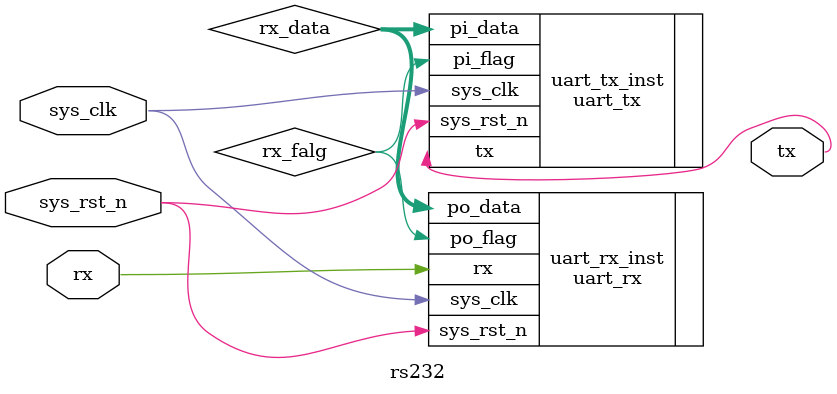
<source format=v>
module  rs232
(
    input   wire            sys_clk,
    input   wire            sys_rst_n,
    input   wire            rx,
    
    output  wire            tx

);

parameter CLK_FREQ = 50_000_000;

wire  [7:0] rx_data;
wire        rx_falg;


uart_rx
#(
    .UART_BPS(9600),
    .CLK_FREQ(CLK_FREQ)
)
uart_rx_inst
(
    .sys_clk     (sys_clk  ),
    .sys_rst_n   (sys_rst_n),
    .rx          (rx       ),
    
    .po_data     (rx_data  ),
    .po_flag     (rx_falg  )
);

uart_tx
#(
    .UART_BPS(9600      ),
    .CLK_FREQ(CLK_FREQ)
)
uart_tx_inst
(
    .sys_clk     (sys_clk  ),
    .sys_rst_n   (sys_rst_n),
    .pi_data     (rx_data  ),
    .pi_flag     (rx_falg  ),
    
    .tx          (tx       )
);

endmodule
</source>
